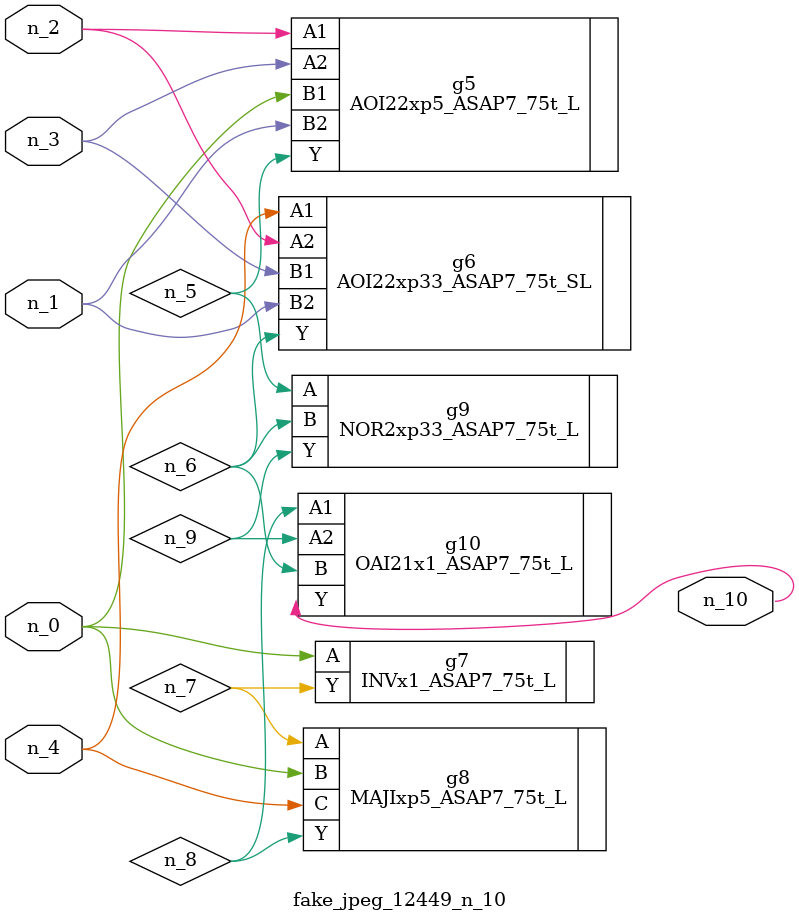
<source format=v>
module fake_jpeg_12449_n_10 (n_3, n_2, n_1, n_0, n_4, n_10);

input n_3;
input n_2;
input n_1;
input n_0;
input n_4;

output n_10;

wire n_8;
wire n_9;
wire n_6;
wire n_5;
wire n_7;

AOI22xp5_ASAP7_75t_L g5 ( 
.A1(n_2),
.A2(n_3),
.B1(n_0),
.B2(n_1),
.Y(n_5)
);

AOI22xp33_ASAP7_75t_SL g6 ( 
.A1(n_4),
.A2(n_2),
.B1(n_3),
.B2(n_1),
.Y(n_6)
);

INVx1_ASAP7_75t_L g7 ( 
.A(n_0),
.Y(n_7)
);

MAJIxp5_ASAP7_75t_L g8 ( 
.A(n_7),
.B(n_0),
.C(n_4),
.Y(n_8)
);

OAI21x1_ASAP7_75t_L g10 ( 
.A1(n_8),
.A2(n_9),
.B(n_6),
.Y(n_10)
);

NOR2xp33_ASAP7_75t_L g9 ( 
.A(n_5),
.B(n_6),
.Y(n_9)
);


endmodule
</source>
